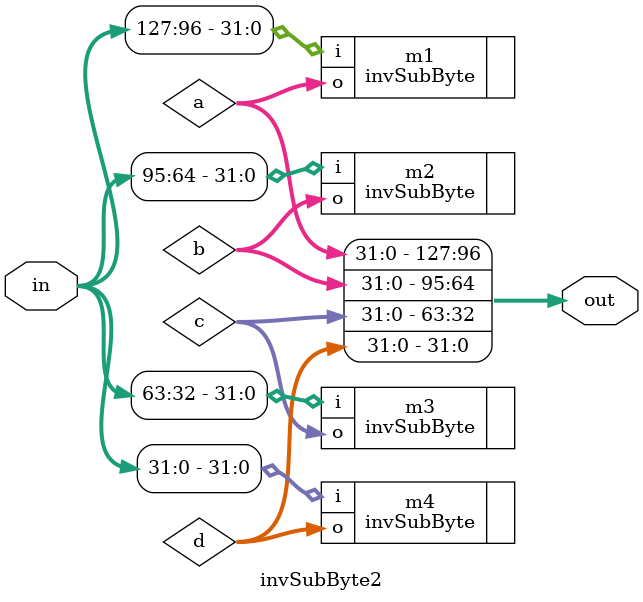
<source format=v>
module invSubByte2(in,out);

input [127:0]in;
output [127:0]out;

wire [31:0]a,b,c,d;

invSubByte m1(.i(in[127:96]),.o(a));
invSubByte m2(.i(in[95:64]),.o(b));
invSubByte m3(.i(in[63:32]),.o(c));
invSubByte m4(.i(in[31:0]),.o(d));

assign out = {a,b,c,d};


endmodule

</source>
